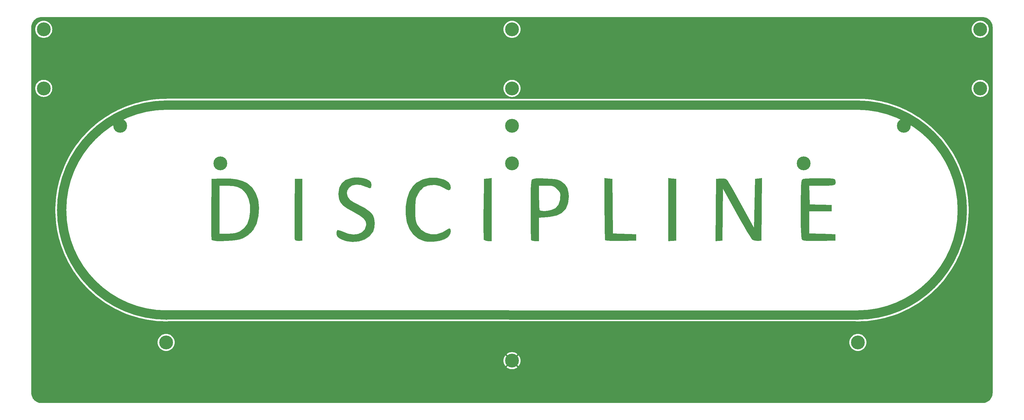
<source format=gbr>
G04 #@! TF.GenerationSoftware,KiCad,Pcbnew,7.0.10*
G04 #@! TF.CreationDate,2024-01-29T15:06:19+01:00*
G04 #@! TF.ProjectId,discipline-pcb,64697363-6970-46c6-996e-652d7063622e,rev?*
G04 #@! TF.SameCoordinates,Original*
G04 #@! TF.FileFunction,Copper,L1,Top*
G04 #@! TF.FilePolarity,Positive*
%FSLAX46Y46*%
G04 Gerber Fmt 4.6, Leading zero omitted, Abs format (unit mm)*
G04 Created by KiCad (PCBNEW 7.0.10) date 2024-01-29 15:06:19*
%MOMM*%
%LPD*%
G01*
G04 APERTURE LIST*
G04 #@! TA.AperFunction,EtchedComponent*
%ADD10C,3.000000*%
G04 #@! TD*
G04 #@! TA.AperFunction,EtchedComponent*
%ADD11C,0.010000*%
G04 #@! TD*
G04 #@! TA.AperFunction,ComponentPad*
%ADD12C,4.400000*%
G04 #@! TD*
G04 APERTURE END LIST*
D10*
X96428345Y-152383484D02*
X315748345Y-152413484D01*
X96878345Y-85733484D02*
X316198345Y-85763484D01*
X96808345Y-85763484D02*
G75*
G03*
X96808345Y-152463484I0J-33350000D01*
G01*
X315618345Y-152463484D02*
G75*
G03*
X315618345Y-85763484I0J33350000D01*
G01*
D11*
X256964884Y-109066006D02*
X258186038Y-109167074D01*
X258186038Y-128705536D01*
X256964884Y-128806603D01*
X255743730Y-128907671D01*
X255743730Y-108964939D01*
X256964884Y-109066006D01*
G04 #@! TA.AperFunction,EtchedComponent*
G36*
X256964884Y-109066006D02*
G01*
X258186038Y-109167074D01*
X258186038Y-128705536D01*
X256964884Y-128806603D01*
X255743730Y-128907671D01*
X255743730Y-108964939D01*
X256964884Y-109066006D01*
G37*
G04 #@! TD.AperFunction*
X139652704Y-128705536D02*
X138592132Y-128807745D01*
X137734339Y-128757271D01*
X137365857Y-128478140D01*
X137326343Y-128052383D01*
X137296116Y-127061376D01*
X137275865Y-125591095D01*
X137266281Y-123727515D01*
X137268052Y-121556612D01*
X137281868Y-119164362D01*
X137286686Y-118606700D01*
X137373217Y-109167074D01*
X139652704Y-109167074D01*
X139652704Y-128705536D01*
G04 #@! TA.AperFunction,EtchedComponent*
G36*
X139652704Y-128705536D02*
G01*
X138592132Y-128807745D01*
X137734339Y-128757271D01*
X137365857Y-128478140D01*
X137326343Y-128052383D01*
X137296116Y-127061376D01*
X137275865Y-125591095D01*
X137266281Y-123727515D01*
X137268052Y-121556612D01*
X137281868Y-119164362D01*
X137286686Y-118606700D01*
X137373217Y-109167074D01*
X139652704Y-109167074D01*
X139652704Y-128705536D01*
G37*
G04 #@! TD.AperFunction*
X199733474Y-128868356D02*
X198583510Y-128868356D01*
X197776719Y-128763113D01*
X197301855Y-128505001D01*
X197275825Y-128457341D01*
X197238361Y-128037083D01*
X197209987Y-127051329D01*
X197191321Y-125585810D01*
X197182984Y-123726257D01*
X197185595Y-121558403D01*
X197199773Y-119167977D01*
X197204635Y-118606700D01*
X197291166Y-109167074D01*
X198512320Y-109066006D01*
X199733474Y-108964939D01*
X199733474Y-128868356D01*
G04 #@! TA.AperFunction,EtchedComponent*
G36*
X199733474Y-128868356D02*
G01*
X198583510Y-128868356D01*
X197776719Y-128763113D01*
X197301855Y-128505001D01*
X197275825Y-128457341D01*
X197238361Y-128037083D01*
X197209987Y-127051329D01*
X197191321Y-125585810D01*
X197182984Y-123726257D01*
X197185595Y-121558403D01*
X197199773Y-119167977D01*
X197204635Y-118606700D01*
X197291166Y-109167074D01*
X198512320Y-109066006D01*
X199733474Y-108964939D01*
X199733474Y-128868356D01*
G37*
G04 #@! TD.AperFunction*
X236775140Y-109066006D02*
X237996294Y-109167074D01*
X238169712Y-126567638D01*
X245486038Y-126751690D01*
X245486038Y-128705536D01*
X240745453Y-128795293D01*
X239049744Y-128812395D01*
X237590497Y-128798761D01*
X236489251Y-128757711D01*
X235867547Y-128692567D01*
X235779427Y-128659609D01*
X235722717Y-128288970D01*
X235671236Y-127349275D01*
X235626846Y-125922741D01*
X235591408Y-124091586D01*
X235566783Y-121938027D01*
X235554832Y-119544281D01*
X235553986Y-118699553D01*
X235553986Y-108964939D01*
X236775140Y-109066006D01*
G04 #@! TA.AperFunction,EtchedComponent*
G36*
X236775140Y-109066006D02*
G01*
X237996294Y-109167074D01*
X238169712Y-126567638D01*
X245486038Y-126751690D01*
X245486038Y-128705536D01*
X240745453Y-128795293D01*
X239049744Y-128812395D01*
X237590497Y-128798761D01*
X236489251Y-128757711D01*
X235867547Y-128692567D01*
X235779427Y-128659609D01*
X235722717Y-128288970D01*
X235671236Y-127349275D01*
X235626846Y-125922741D01*
X235591408Y-124091586D01*
X235566783Y-121938027D01*
X235554832Y-119544281D01*
X235553986Y-118699553D01*
X235553986Y-108964939D01*
X236775140Y-109066006D01*
G37*
G04 #@! TD.AperFunction*
X285300459Y-118833904D02*
X285214243Y-128705536D01*
X284074499Y-128801439D01*
X283141336Y-128751393D01*
X282421937Y-128499762D01*
X282388843Y-128475798D01*
X282092989Y-128088758D01*
X281531426Y-127207531D01*
X280750072Y-125909819D01*
X279794845Y-124273324D01*
X278711662Y-122375747D01*
X277546443Y-120294791D01*
X277428567Y-120082112D01*
X273014204Y-112109970D01*
X272839884Y-128705536D01*
X271776744Y-128807937D01*
X270713605Y-128910337D01*
X270799821Y-119038706D01*
X270886038Y-109167074D01*
X272396335Y-109069312D01*
X273401652Y-109063734D01*
X274023819Y-109268611D01*
X274513002Y-109760272D01*
X274833672Y-110258886D01*
X275413533Y-111242227D01*
X276202418Y-112621901D01*
X277150161Y-114309517D01*
X278206598Y-116216681D01*
X279027063Y-117714095D01*
X282934756Y-124879196D01*
X283097576Y-117023135D01*
X283260397Y-109167074D01*
X284323536Y-109064673D01*
X285386676Y-108962272D01*
X285300459Y-118833904D01*
G04 #@! TA.AperFunction,EtchedComponent*
G36*
X285300459Y-118833904D02*
G01*
X285214243Y-128705536D01*
X284074499Y-128801439D01*
X283141336Y-128751393D01*
X282421937Y-128499762D01*
X282388843Y-128475798D01*
X282092989Y-128088758D01*
X281531426Y-127207531D01*
X280750072Y-125909819D01*
X279794845Y-124273324D01*
X278711662Y-122375747D01*
X277546443Y-120294791D01*
X277428567Y-120082112D01*
X273014204Y-112109970D01*
X272839884Y-128705536D01*
X271776744Y-128807937D01*
X270713605Y-128910337D01*
X270799821Y-119038706D01*
X270886038Y-109167074D01*
X272396335Y-109069312D01*
X273401652Y-109063734D01*
X274023819Y-109268611D01*
X274513002Y-109760272D01*
X274833672Y-110258886D01*
X275413533Y-111242227D01*
X276202418Y-112621901D01*
X277150161Y-114309517D01*
X278206598Y-116216681D01*
X279027063Y-117714095D01*
X282934756Y-124879196D01*
X283097576Y-117023135D01*
X283260397Y-109167074D01*
X284323536Y-109064673D01*
X285386676Y-108962272D01*
X285300459Y-118833904D01*
G37*
G04 #@! TD.AperFunction*
X305398825Y-109010163D02*
X306752335Y-109035663D01*
X307653095Y-109092416D01*
X308200349Y-109192082D01*
X308493339Y-109346322D01*
X308631306Y-109566797D01*
X308645836Y-109609660D01*
X308709806Y-110398108D01*
X308632941Y-110749404D01*
X308460338Y-110976086D01*
X308076642Y-111129382D01*
X307374645Y-111222761D01*
X306247144Y-111269690D01*
X304586934Y-111283641D01*
X304380003Y-111283741D01*
X300332111Y-111283741D01*
X300425741Y-114295920D01*
X300519371Y-117308100D01*
X307520653Y-117492954D01*
X307520653Y-119424766D01*
X300356550Y-119424766D01*
X300356550Y-126569411D01*
X304508474Y-126660550D01*
X308660397Y-126751690D01*
X308660397Y-128705536D01*
X303604577Y-128794844D01*
X301455550Y-128815045D01*
X299893268Y-128786238D01*
X298854779Y-128704853D01*
X298277132Y-128567321D01*
X298150090Y-128485485D01*
X298026734Y-128043374D01*
X297924273Y-127053154D01*
X297842750Y-125617629D01*
X297782206Y-123839604D01*
X297742684Y-121821883D01*
X297724226Y-119667270D01*
X297726876Y-117478569D01*
X297750676Y-115358585D01*
X297795668Y-113410122D01*
X297861895Y-111735983D01*
X297949399Y-110438975D01*
X298058223Y-109621899D01*
X298142192Y-109395023D01*
X298603553Y-109221591D01*
X299609906Y-109100337D01*
X301195727Y-109028741D01*
X303395496Y-109004287D01*
X303493324Y-109004254D01*
X305398825Y-109010163D01*
G04 #@! TA.AperFunction,EtchedComponent*
G36*
X305398825Y-109010163D02*
G01*
X306752335Y-109035663D01*
X307653095Y-109092416D01*
X308200349Y-109192082D01*
X308493339Y-109346322D01*
X308631306Y-109566797D01*
X308645836Y-109609660D01*
X308709806Y-110398108D01*
X308632941Y-110749404D01*
X308460338Y-110976086D01*
X308076642Y-111129382D01*
X307374645Y-111222761D01*
X306247144Y-111269690D01*
X304586934Y-111283641D01*
X304380003Y-111283741D01*
X300332111Y-111283741D01*
X300425741Y-114295920D01*
X300519371Y-117308100D01*
X307520653Y-117492954D01*
X307520653Y-119424766D01*
X300356550Y-119424766D01*
X300356550Y-126569411D01*
X304508474Y-126660550D01*
X308660397Y-126751690D01*
X308660397Y-128705536D01*
X303604577Y-128794844D01*
X301455550Y-128815045D01*
X299893268Y-128786238D01*
X298854779Y-128704853D01*
X298277132Y-128567321D01*
X298150090Y-128485485D01*
X298026734Y-128043374D01*
X297924273Y-127053154D01*
X297842750Y-125617629D01*
X297782206Y-123839604D01*
X297742684Y-121821883D01*
X297724226Y-119667270D01*
X297726876Y-117478569D01*
X297750676Y-115358585D01*
X297795668Y-113410122D01*
X297861895Y-111735983D01*
X297949399Y-110438975D01*
X298058223Y-109621899D01*
X298142192Y-109395023D01*
X298603553Y-109221591D01*
X299609906Y-109100337D01*
X301195727Y-109028741D01*
X303395496Y-109004287D01*
X303493324Y-109004254D01*
X305398825Y-109010163D01*
G37*
G04 #@! TD.AperFunction*
X116840747Y-109091587D02*
X118966376Y-109331993D01*
X120727792Y-109818972D01*
X122253182Y-110577026D01*
X122324535Y-110621837D01*
X123836774Y-111954263D01*
X124972378Y-113745812D01*
X125699855Y-115903294D01*
X125987713Y-118333524D01*
X125807095Y-120926872D01*
X125185497Y-123401153D01*
X124173460Y-125379111D01*
X122737667Y-126909062D01*
X120928345Y-128001801D01*
X120018923Y-128289072D01*
X118741532Y-128528703D01*
X117233993Y-128713840D01*
X115634125Y-128837631D01*
X114079748Y-128893222D01*
X112708681Y-128873760D01*
X111658745Y-128772392D01*
X111067758Y-128582265D01*
X110995675Y-128495705D01*
X110954428Y-128065302D01*
X110922636Y-127069857D01*
X110901046Y-125595553D01*
X110890408Y-123728571D01*
X110891470Y-121555095D01*
X110904981Y-119161306D01*
X110909763Y-118606700D01*
X110976890Y-111283741D01*
X113438602Y-111283741D01*
X113438602Y-126588869D01*
X115974730Y-126588869D01*
X117542780Y-126534889D01*
X118714363Y-126342561D01*
X119737656Y-125966301D01*
X119963833Y-125856177D01*
X121339198Y-124881593D01*
X122307401Y-123518556D01*
X122902131Y-121702496D01*
X123138162Y-119772164D01*
X123126380Y-117463917D01*
X122774926Y-115608300D01*
X122052785Y-114084443D01*
X121489602Y-113347626D01*
X120425520Y-112346137D01*
X119236390Y-111709893D01*
X117753176Y-111376577D01*
X115891369Y-111283741D01*
X113438602Y-111283741D01*
X110976890Y-111283741D01*
X110996294Y-109167074D01*
X114222715Y-109073252D01*
X116840747Y-109091587D01*
G04 #@! TA.AperFunction,EtchedComponent*
G36*
X116840747Y-109091587D02*
G01*
X118966376Y-109331993D01*
X120727792Y-109818972D01*
X122253182Y-110577026D01*
X122324535Y-110621837D01*
X123836774Y-111954263D01*
X124972378Y-113745812D01*
X125699855Y-115903294D01*
X125987713Y-118333524D01*
X125807095Y-120926872D01*
X125185497Y-123401153D01*
X124173460Y-125379111D01*
X122737667Y-126909062D01*
X120928345Y-128001801D01*
X120018923Y-128289072D01*
X118741532Y-128528703D01*
X117233993Y-128713840D01*
X115634125Y-128837631D01*
X114079748Y-128893222D01*
X112708681Y-128873760D01*
X111658745Y-128772392D01*
X111067758Y-128582265D01*
X110995675Y-128495705D01*
X110954428Y-128065302D01*
X110922636Y-127069857D01*
X110901046Y-125595553D01*
X110890408Y-123728571D01*
X110891470Y-121555095D01*
X110904981Y-119161306D01*
X110909763Y-118606700D01*
X110976890Y-111283741D01*
X113438602Y-111283741D01*
X113438602Y-126588869D01*
X115974730Y-126588869D01*
X117542780Y-126534889D01*
X118714363Y-126342561D01*
X119737656Y-125966301D01*
X119963833Y-125856177D01*
X121339198Y-124881593D01*
X122307401Y-123518556D01*
X122902131Y-121702496D01*
X123138162Y-119772164D01*
X123126380Y-117463917D01*
X122774926Y-115608300D01*
X122052785Y-114084443D01*
X121489602Y-113347626D01*
X120425520Y-112346137D01*
X119236390Y-111709893D01*
X117753176Y-111376577D01*
X115891369Y-111283741D01*
X113438602Y-111283741D01*
X110976890Y-111283741D01*
X110996294Y-109167074D01*
X114222715Y-109073252D01*
X116840747Y-109091587D01*
G37*
G04 #@! TD.AperFunction*
X182308392Y-108816567D02*
X184431510Y-109356777D01*
X185017193Y-109623684D01*
X186059754Y-110296612D01*
X186581113Y-111057378D01*
X186707833Y-111942438D01*
X186558492Y-112574255D01*
X186082126Y-112712086D01*
X185236216Y-112358191D01*
X184735944Y-112047251D01*
X183357734Y-111362017D01*
X181755367Y-111059246D01*
X181549538Y-111044689D01*
X179661954Y-111172783D01*
X178131103Y-111834695D01*
X176902302Y-113061715D01*
X176306448Y-114044648D01*
X175921601Y-114865578D01*
X175676479Y-115642490D01*
X175540701Y-116559771D01*
X175483889Y-117801810D01*
X175474838Y-119092084D01*
X175495217Y-120728942D01*
X175572579Y-121890329D01*
X175734005Y-122751373D01*
X176006578Y-123487197D01*
X176220665Y-123915105D01*
X177322678Y-125347575D01*
X178781598Y-126315616D01*
X180475293Y-126796031D01*
X182281627Y-126765625D01*
X184078469Y-126201204D01*
X185095549Y-125600608D01*
X185809895Y-125161583D01*
X186327999Y-124961814D01*
X186351051Y-124960664D01*
X186658245Y-125217674D01*
X186712369Y-125844064D01*
X186543854Y-126622869D01*
X186183130Y-127337128D01*
X185986293Y-127561355D01*
X184782640Y-128319389D01*
X183154860Y-128845079D01*
X181299174Y-129104419D01*
X179411803Y-129063406D01*
X178357809Y-128883357D01*
X176487502Y-128119158D01*
X174932203Y-126829578D01*
X173725032Y-125076352D01*
X172899109Y-122921219D01*
X172487555Y-120425914D01*
X172497346Y-117959382D01*
X172912324Y-115440835D01*
X173721381Y-113226324D01*
X174876046Y-111421065D01*
X176001588Y-110352818D01*
X177915273Y-109328996D01*
X180076927Y-108812109D01*
X182308392Y-108816567D01*
G04 #@! TA.AperFunction,EtchedComponent*
G36*
X182308392Y-108816567D02*
G01*
X184431510Y-109356777D01*
X185017193Y-109623684D01*
X186059754Y-110296612D01*
X186581113Y-111057378D01*
X186707833Y-111942438D01*
X186558492Y-112574255D01*
X186082126Y-112712086D01*
X185236216Y-112358191D01*
X184735944Y-112047251D01*
X183357734Y-111362017D01*
X181755367Y-111059246D01*
X181549538Y-111044689D01*
X179661954Y-111172783D01*
X178131103Y-111834695D01*
X176902302Y-113061715D01*
X176306448Y-114044648D01*
X175921601Y-114865578D01*
X175676479Y-115642490D01*
X175540701Y-116559771D01*
X175483889Y-117801810D01*
X175474838Y-119092084D01*
X175495217Y-120728942D01*
X175572579Y-121890329D01*
X175734005Y-122751373D01*
X176006578Y-123487197D01*
X176220665Y-123915105D01*
X177322678Y-125347575D01*
X178781598Y-126315616D01*
X180475293Y-126796031D01*
X182281627Y-126765625D01*
X184078469Y-126201204D01*
X185095549Y-125600608D01*
X185809895Y-125161583D01*
X186327999Y-124961814D01*
X186351051Y-124960664D01*
X186658245Y-125217674D01*
X186712369Y-125844064D01*
X186543854Y-126622869D01*
X186183130Y-127337128D01*
X185986293Y-127561355D01*
X184782640Y-128319389D01*
X183154860Y-128845079D01*
X181299174Y-129104419D01*
X179411803Y-129063406D01*
X178357809Y-128883357D01*
X176487502Y-128119158D01*
X174932203Y-126829578D01*
X173725032Y-125076352D01*
X172899109Y-122921219D01*
X172487555Y-120425914D01*
X172497346Y-117959382D01*
X172912324Y-115440835D01*
X173721381Y-113226324D01*
X174876046Y-111421065D01*
X176001588Y-110352818D01*
X177915273Y-109328996D01*
X180076927Y-108812109D01*
X182308392Y-108816567D01*
G37*
G04 #@! TD.AperFunction*
X216772434Y-109063453D02*
X218469498Y-109146283D01*
X219671884Y-109261084D01*
X220536190Y-109436593D01*
X221219010Y-109701548D01*
X221689324Y-109965776D01*
X222951973Y-110963325D01*
X223730079Y-112162832D01*
X224096871Y-113710114D01*
X224149976Y-114865792D01*
X223913490Y-116975774D01*
X223203867Y-118655630D01*
X222007196Y-119918378D01*
X220309564Y-120777039D01*
X218097060Y-121244630D01*
X217258435Y-121314938D01*
X214712961Y-121462293D01*
X214712961Y-128868356D01*
X213627491Y-128868356D01*
X212822859Y-128808780D01*
X212339632Y-128664082D01*
X212324927Y-128651262D01*
X212269248Y-128281924D01*
X212218851Y-127345213D01*
X212175641Y-125925030D01*
X212141520Y-124105276D01*
X212118393Y-121969850D01*
X212108164Y-119602654D01*
X212107833Y-119084725D01*
X212112191Y-116311798D01*
X212127595Y-114120557D01*
X212157535Y-112441449D01*
X212202444Y-111283741D01*
X214712961Y-111283741D01*
X214712961Y-115137160D01*
X214730325Y-116660491D01*
X214777568Y-117938010D01*
X214847415Y-118833300D01*
X214930055Y-119207672D01*
X215448721Y-119376692D01*
X216380697Y-119412673D01*
X217503153Y-119322206D01*
X218593260Y-119111881D01*
X218644834Y-119097805D01*
X220030591Y-118457547D01*
X220942026Y-117410837D01*
X221419032Y-115905190D01*
X221482743Y-115363924D01*
X221538368Y-114298498D01*
X221420245Y-113605014D01*
X221034951Y-113009104D01*
X220483973Y-112430650D01*
X219841839Y-111828796D01*
X219280526Y-111485486D01*
X218581980Y-111328419D01*
X217528150Y-111285296D01*
X217025012Y-111283741D01*
X214712961Y-111283741D01*
X212202444Y-111283741D01*
X212205502Y-111204921D01*
X212274989Y-110341421D01*
X212369487Y-109781397D01*
X212492487Y-109455296D01*
X212597566Y-109328839D01*
X213077616Y-109138656D01*
X213997523Y-109039107D01*
X215434089Y-109025309D01*
X216772434Y-109063453D01*
G04 #@! TA.AperFunction,EtchedComponent*
G36*
X216772434Y-109063453D02*
G01*
X218469498Y-109146283D01*
X219671884Y-109261084D01*
X220536190Y-109436593D01*
X221219010Y-109701548D01*
X221689324Y-109965776D01*
X222951973Y-110963325D01*
X223730079Y-112162832D01*
X224096871Y-113710114D01*
X224149976Y-114865792D01*
X223913490Y-116975774D01*
X223203867Y-118655630D01*
X222007196Y-119918378D01*
X220309564Y-120777039D01*
X218097060Y-121244630D01*
X217258435Y-121314938D01*
X214712961Y-121462293D01*
X214712961Y-128868356D01*
X213627491Y-128868356D01*
X212822859Y-128808780D01*
X212339632Y-128664082D01*
X212324927Y-128651262D01*
X212269248Y-128281924D01*
X212218851Y-127345213D01*
X212175641Y-125925030D01*
X212141520Y-124105276D01*
X212118393Y-121969850D01*
X212108164Y-119602654D01*
X212107833Y-119084725D01*
X212112191Y-116311798D01*
X212127595Y-114120557D01*
X212157535Y-112441449D01*
X212202444Y-111283741D01*
X214712961Y-111283741D01*
X214712961Y-115137160D01*
X214730325Y-116660491D01*
X214777568Y-117938010D01*
X214847415Y-118833300D01*
X214930055Y-119207672D01*
X215448721Y-119376692D01*
X216380697Y-119412673D01*
X217503153Y-119322206D01*
X218593260Y-119111881D01*
X218644834Y-119097805D01*
X220030591Y-118457547D01*
X220942026Y-117410837D01*
X221419032Y-115905190D01*
X221482743Y-115363924D01*
X221538368Y-114298498D01*
X221420245Y-113605014D01*
X221034951Y-113009104D01*
X220483973Y-112430650D01*
X219841839Y-111828796D01*
X219280526Y-111485486D01*
X218581980Y-111328419D01*
X217528150Y-111285296D01*
X217025012Y-111283741D01*
X214712961Y-111283741D01*
X212202444Y-111283741D01*
X212205502Y-111204921D01*
X212274989Y-110341421D01*
X212369487Y-109781397D01*
X212492487Y-109455296D01*
X212597566Y-109328839D01*
X213077616Y-109138656D01*
X213997523Y-109039107D01*
X215434089Y-109025309D01*
X216772434Y-109063453D01*
G37*
G04 #@! TD.AperFunction*
X158870985Y-108958112D02*
X160098538Y-109298701D01*
X161021051Y-109740144D01*
X161442233Y-110187362D01*
X161620439Y-111028920D01*
X161552783Y-111765354D01*
X161355996Y-112068076D01*
X160920525Y-112037855D01*
X160155635Y-111758413D01*
X159821758Y-111598833D01*
X158246516Y-111033794D01*
X156759502Y-110927194D01*
X155469498Y-111240490D01*
X154485290Y-111935136D01*
X153915662Y-112972589D01*
X153818089Y-113726048D01*
X154051380Y-114851439D01*
X154788204Y-115840507D01*
X156083985Y-116751171D01*
X157275081Y-117338613D01*
X159541400Y-118495077D01*
X161170390Y-119676765D01*
X162001937Y-120625110D01*
X162422840Y-121702178D01*
X162599451Y-123107913D01*
X162524854Y-124564499D01*
X162192131Y-125794120D01*
X162133631Y-125914969D01*
X161042702Y-127347034D01*
X159510709Y-128390558D01*
X157645375Y-129007725D01*
X155554418Y-129160714D01*
X153655268Y-128891570D01*
X152492368Y-128507316D01*
X151473508Y-127993613D01*
X150837169Y-127472530D01*
X150810896Y-127435632D01*
X150598351Y-126782523D01*
X150604552Y-126023320D01*
X150820039Y-125497688D01*
X150865863Y-125462387D01*
X151311365Y-125489468D01*
X152093337Y-125772739D01*
X152529168Y-125982804D01*
X154266407Y-126652003D01*
X155938596Y-126871130D01*
X157446154Y-126672940D01*
X158689502Y-126090183D01*
X159569059Y-125155614D01*
X159985246Y-123901983D01*
X160005268Y-123523872D01*
X159790947Y-122634057D01*
X159112851Y-121744643D01*
X157918281Y-120806596D01*
X156154541Y-119770880D01*
X155736011Y-119551396D01*
X153901346Y-118516319D01*
X152613632Y-117549105D01*
X151790994Y-116548054D01*
X151351561Y-115411469D01*
X151213459Y-114037653D01*
X151212961Y-113933123D01*
X151469045Y-112066618D01*
X152233626Y-110605739D01*
X153501196Y-109556151D01*
X155266247Y-108923519D01*
X156226363Y-108775859D01*
X157519792Y-108767468D01*
X158870985Y-108958112D01*
G04 #@! TA.AperFunction,EtchedComponent*
G36*
X158870985Y-108958112D02*
G01*
X160098538Y-109298701D01*
X161021051Y-109740144D01*
X161442233Y-110187362D01*
X161620439Y-111028920D01*
X161552783Y-111765354D01*
X161355996Y-112068076D01*
X160920525Y-112037855D01*
X160155635Y-111758413D01*
X159821758Y-111598833D01*
X158246516Y-111033794D01*
X156759502Y-110927194D01*
X155469498Y-111240490D01*
X154485290Y-111935136D01*
X153915662Y-112972589D01*
X153818089Y-113726048D01*
X154051380Y-114851439D01*
X154788204Y-115840507D01*
X156083985Y-116751171D01*
X157275081Y-117338613D01*
X159541400Y-118495077D01*
X161170390Y-119676765D01*
X162001937Y-120625110D01*
X162422840Y-121702178D01*
X162599451Y-123107913D01*
X162524854Y-124564499D01*
X162192131Y-125794120D01*
X162133631Y-125914969D01*
X161042702Y-127347034D01*
X159510709Y-128390558D01*
X157645375Y-129007725D01*
X155554418Y-129160714D01*
X153655268Y-128891570D01*
X152492368Y-128507316D01*
X151473508Y-127993613D01*
X150837169Y-127472530D01*
X150810896Y-127435632D01*
X150598351Y-126782523D01*
X150604552Y-126023320D01*
X150820039Y-125497688D01*
X150865863Y-125462387D01*
X151311365Y-125489468D01*
X152093337Y-125772739D01*
X152529168Y-125982804D01*
X154266407Y-126652003D01*
X155938596Y-126871130D01*
X157446154Y-126672940D01*
X158689502Y-126090183D01*
X159569059Y-125155614D01*
X159985246Y-123901983D01*
X160005268Y-123523872D01*
X159790947Y-122634057D01*
X159112851Y-121744643D01*
X157918281Y-120806596D01*
X156154541Y-119770880D01*
X155736011Y-119551396D01*
X153901346Y-118516319D01*
X152613632Y-117549105D01*
X151790994Y-116548054D01*
X151351561Y-115411469D01*
X151213459Y-114037653D01*
X151212961Y-113933123D01*
X151469045Y-112066618D01*
X152233626Y-110605739D01*
X153501196Y-109556151D01*
X155266247Y-108923519D01*
X156226363Y-108775859D01*
X157519792Y-108767468D01*
X158870985Y-108958112D01*
G37*
G04 #@! TD.AperFunction*
D12*
X57766382Y-80444750D03*
X57766382Y-61694750D03*
X354660309Y-61694750D03*
X354660309Y-80444750D03*
X96565888Y-161146960D03*
X315860803Y-161146960D03*
X113754723Y-104302994D03*
X298671968Y-104302994D03*
X206213345Y-104302994D03*
X206213345Y-80444750D03*
X206213345Y-61694750D03*
X206213345Y-166958110D03*
X330453369Y-92373872D03*
X81973322Y-92373872D03*
X206213345Y-92373872D03*
G04 #@! TA.AperFunction,Conductor*
G36*
X355356552Y-57770422D02*
G01*
X355684447Y-57787602D01*
X355697558Y-57788979D01*
X355697769Y-57789013D01*
X356018614Y-57839826D01*
X356031516Y-57842568D01*
X356345492Y-57926693D01*
X356358024Y-57930765D01*
X356496205Y-57983806D01*
X356661498Y-58047254D01*
X356673547Y-58052619D01*
X356963167Y-58200184D01*
X356974588Y-58206778D01*
X357247202Y-58383812D01*
X357257855Y-58391550D01*
X357510482Y-58596121D01*
X357520283Y-58604946D01*
X357750128Y-58834788D01*
X357758953Y-58844589D01*
X357963515Y-59097200D01*
X357971267Y-59107870D01*
X358148300Y-59380474D01*
X358154895Y-59391896D01*
X358302467Y-59681521D01*
X358307831Y-59693570D01*
X358424318Y-59997028D01*
X358428394Y-60009571D01*
X358512523Y-60323545D01*
X358515265Y-60336445D01*
X358566115Y-60657499D01*
X358567493Y-60670616D01*
X358584636Y-60997724D01*
X358584809Y-61004318D01*
X358584809Y-177191869D01*
X358584636Y-177198462D01*
X358567455Y-177526352D01*
X358566077Y-177539469D01*
X358515230Y-177860521D01*
X358512488Y-177873421D01*
X358428361Y-178187398D01*
X358424285Y-178199942D01*
X358307804Y-178503391D01*
X358302440Y-178515439D01*
X358154873Y-178805058D01*
X358148279Y-178816480D01*
X357971241Y-179089096D01*
X357963488Y-179099766D01*
X357758937Y-179352366D01*
X357750112Y-179362168D01*
X357520266Y-179592013D01*
X357510465Y-179600838D01*
X357257852Y-179805399D01*
X357247182Y-179813151D01*
X356974573Y-179990184D01*
X356963151Y-179996778D01*
X356673538Y-180144340D01*
X356661489Y-180149705D01*
X356358022Y-180266191D01*
X356345479Y-180270266D01*
X356031510Y-180354391D01*
X356018609Y-180357133D01*
X355697560Y-180407978D01*
X355684444Y-180409356D01*
X355356360Y-180426546D01*
X355349767Y-180426719D01*
X57120737Y-180426719D01*
X57120477Y-180426678D01*
X57079663Y-180426715D01*
X57073070Y-180426548D01*
X56745164Y-180409664D01*
X56732046Y-180408298D01*
X56410942Y-180357742D01*
X56398039Y-180355011D01*
X56083997Y-180271172D01*
X56071450Y-180267108D01*
X55767886Y-180150899D01*
X55755837Y-180145548D01*
X55678695Y-180106330D01*
X55466078Y-179998241D01*
X55454650Y-179991657D01*
X55181878Y-179814870D01*
X55171201Y-179807127D01*
X54918413Y-179602803D01*
X54908604Y-179593987D01*
X54678549Y-179364350D01*
X54669719Y-179354563D01*
X54464917Y-179102121D01*
X54457173Y-179091482D01*
X54279874Y-178819004D01*
X54273280Y-178807606D01*
X54235142Y-178732923D01*
X54125442Y-178518105D01*
X54120083Y-178506100D01*
X54003306Y-178202702D01*
X53999227Y-178190183D01*
X53914813Y-177876273D01*
X53912065Y-177863403D01*
X53860925Y-177542379D01*
X53859536Y-177529268D01*
X53842061Y-177201448D01*
X53841882Y-177194741D01*
X53841882Y-166958111D01*
X203500395Y-166958111D01*
X203520174Y-167285117D01*
X203520175Y-167285120D01*
X203579225Y-167607348D01*
X203579227Y-167607357D01*
X203676693Y-167920134D01*
X203811148Y-168218882D01*
X203980627Y-168499235D01*
X203980630Y-168499240D01*
X204126637Y-168685605D01*
X204126638Y-168685606D01*
X205275203Y-167537041D01*
X205378239Y-167681734D01*
X205530277Y-167826702D01*
X205636010Y-167894652D01*
X204485847Y-169044815D01*
X204485848Y-169044816D01*
X204672214Y-169190824D01*
X204672219Y-169190827D01*
X204952572Y-169360306D01*
X205251320Y-169494761D01*
X205564097Y-169592227D01*
X205564106Y-169592229D01*
X205886334Y-169651279D01*
X205886337Y-169651280D01*
X206213344Y-169671060D01*
X206213346Y-169671060D01*
X206540352Y-169651280D01*
X206540355Y-169651279D01*
X206862583Y-169592229D01*
X206862592Y-169592227D01*
X207175369Y-169494761D01*
X207474117Y-169360306D01*
X207754472Y-169190826D01*
X207940840Y-169044815D01*
X207940841Y-169044815D01*
X206792919Y-167896893D01*
X206810755Y-167887699D01*
X206975885Y-167757839D01*
X207113455Y-167599075D01*
X207150080Y-167535636D01*
X208300050Y-168685606D01*
X208300050Y-168685605D01*
X208446061Y-168499237D01*
X208615541Y-168218882D01*
X208749996Y-167920134D01*
X208847462Y-167607357D01*
X208847464Y-167607348D01*
X208906514Y-167285120D01*
X208906515Y-167285117D01*
X208926295Y-166958111D01*
X208926295Y-166958108D01*
X208906515Y-166631102D01*
X208906514Y-166631099D01*
X208847464Y-166308871D01*
X208847462Y-166308862D01*
X208749996Y-165996085D01*
X208615541Y-165697337D01*
X208446062Y-165416984D01*
X208446059Y-165416979D01*
X208300051Y-165230613D01*
X208300050Y-165230612D01*
X207151485Y-166379177D01*
X207048451Y-166234486D01*
X206896413Y-166089518D01*
X206790678Y-166021566D01*
X207940841Y-164871403D01*
X207940840Y-164871402D01*
X207754475Y-164725395D01*
X207754470Y-164725392D01*
X207474117Y-164555913D01*
X207175369Y-164421458D01*
X206862592Y-164323992D01*
X206862583Y-164323990D01*
X206540355Y-164264940D01*
X206540352Y-164264939D01*
X206213346Y-164245160D01*
X206213344Y-164245160D01*
X205886337Y-164264939D01*
X205886334Y-164264940D01*
X205564106Y-164323990D01*
X205564097Y-164323992D01*
X205251320Y-164421458D01*
X204952572Y-164555913D01*
X204672222Y-164725390D01*
X204485847Y-164871403D01*
X205633770Y-166019326D01*
X205615935Y-166028521D01*
X205450805Y-166158381D01*
X205313235Y-166317145D01*
X205276609Y-166380583D01*
X204126638Y-165230612D01*
X203980625Y-165416987D01*
X203811148Y-165697337D01*
X203676693Y-165996085D01*
X203579227Y-166308862D01*
X203579225Y-166308871D01*
X203520175Y-166631099D01*
X203520174Y-166631102D01*
X203500395Y-166958108D01*
X203500395Y-166958111D01*
X53841882Y-166958111D01*
X53841882Y-161146961D01*
X93852437Y-161146961D01*
X93872220Y-161474027D01*
X93872221Y-161474030D01*
X93931284Y-161796330D01*
X94028768Y-162109167D01*
X94163244Y-162407963D01*
X94332759Y-162688372D01*
X94534842Y-162946312D01*
X94534847Y-162946318D01*
X94766529Y-163178000D01*
X94766535Y-163178005D01*
X94766537Y-163178007D01*
X95024472Y-163380086D01*
X95024475Y-163380088D01*
X95304884Y-163549603D01*
X95603680Y-163684079D01*
X95603681Y-163684079D01*
X95603685Y-163684081D01*
X95916517Y-163781563D01*
X96238818Y-163840627D01*
X96456864Y-163853816D01*
X96565887Y-163860411D01*
X96565888Y-163860411D01*
X96565889Y-163860411D01*
X96647655Y-163855465D01*
X96892958Y-163840627D01*
X97215259Y-163781563D01*
X97528091Y-163684081D01*
X97607707Y-163648248D01*
X97826891Y-163549603D01*
X97963196Y-163467202D01*
X98107304Y-163380086D01*
X98365239Y-163178007D01*
X98596935Y-162946311D01*
X98799014Y-162688376D01*
X98968530Y-162407964D01*
X98968531Y-162407963D01*
X99103007Y-162109167D01*
X99103009Y-162109163D01*
X99200491Y-161796331D01*
X99259555Y-161474030D01*
X99279339Y-161146961D01*
X313147352Y-161146961D01*
X313167135Y-161474027D01*
X313167136Y-161474030D01*
X313226199Y-161796330D01*
X313323683Y-162109167D01*
X313458159Y-162407963D01*
X313627674Y-162688372D01*
X313829757Y-162946312D01*
X313829762Y-162946318D01*
X314061444Y-163178000D01*
X314061450Y-163178005D01*
X314061452Y-163178007D01*
X314319387Y-163380086D01*
X314319390Y-163380088D01*
X314599799Y-163549603D01*
X314898595Y-163684079D01*
X314898596Y-163684079D01*
X314898600Y-163684081D01*
X315211432Y-163781563D01*
X315533733Y-163840627D01*
X315751779Y-163853816D01*
X315860802Y-163860411D01*
X315860803Y-163860411D01*
X315860804Y-163860411D01*
X315942570Y-163855465D01*
X316187873Y-163840627D01*
X316510174Y-163781563D01*
X316823006Y-163684081D01*
X316902622Y-163648248D01*
X317121806Y-163549603D01*
X317258111Y-163467202D01*
X317402219Y-163380086D01*
X317660154Y-163178007D01*
X317891850Y-162946311D01*
X318093929Y-162688376D01*
X318263445Y-162407964D01*
X318263446Y-162407963D01*
X318397922Y-162109167D01*
X318397924Y-162109163D01*
X318495406Y-161796331D01*
X318554470Y-161474030D01*
X318574254Y-161146960D01*
X318554470Y-160819890D01*
X318495406Y-160497589D01*
X318397924Y-160184757D01*
X318397922Y-160184752D01*
X318263446Y-159885956D01*
X318093931Y-159605547D01*
X317891848Y-159347607D01*
X317891843Y-159347601D01*
X317660161Y-159115919D01*
X317660155Y-159115914D01*
X317402215Y-158913831D01*
X317121806Y-158744316D01*
X316823010Y-158609840D01*
X316510173Y-158512356D01*
X316187873Y-158453293D01*
X316187870Y-158453292D01*
X315860804Y-158433509D01*
X315860802Y-158433509D01*
X315533735Y-158453292D01*
X315533732Y-158453293D01*
X315211432Y-158512356D01*
X314898595Y-158609840D01*
X314599799Y-158744316D01*
X314319390Y-158913831D01*
X314061450Y-159115914D01*
X314061444Y-159115919D01*
X313829762Y-159347601D01*
X313829757Y-159347607D01*
X313627674Y-159605547D01*
X313458159Y-159885956D01*
X313323683Y-160184752D01*
X313226199Y-160497589D01*
X313167136Y-160819889D01*
X313167135Y-160819892D01*
X313147352Y-161146958D01*
X313147352Y-161146961D01*
X99279339Y-161146961D01*
X99279339Y-161146960D01*
X99259555Y-160819890D01*
X99200491Y-160497589D01*
X99103009Y-160184757D01*
X99103007Y-160184752D01*
X98968531Y-159885956D01*
X98799016Y-159605547D01*
X98596933Y-159347607D01*
X98596928Y-159347601D01*
X98365246Y-159115919D01*
X98365240Y-159115914D01*
X98107300Y-158913831D01*
X97826891Y-158744316D01*
X97528095Y-158609840D01*
X97215258Y-158512356D01*
X96892958Y-158453293D01*
X96892955Y-158453292D01*
X96565889Y-158433509D01*
X96565887Y-158433509D01*
X96238820Y-158453292D01*
X96238817Y-158453293D01*
X95916517Y-158512356D01*
X95603680Y-158609840D01*
X95304884Y-158744316D01*
X95024475Y-158913831D01*
X94766535Y-159115914D01*
X94766529Y-159115919D01*
X94534847Y-159347601D01*
X94534842Y-159347607D01*
X94332759Y-159605547D01*
X94163244Y-159885956D01*
X94028768Y-160184752D01*
X93931284Y-160497589D01*
X93872221Y-160819889D01*
X93872220Y-160819892D01*
X93852437Y-161146958D01*
X93852437Y-161146961D01*
X53841882Y-161146961D01*
X53841882Y-119704401D01*
X61449845Y-119704401D01*
X61489336Y-120885574D01*
X61495209Y-120973299D01*
X61568275Y-122064785D01*
X61686569Y-123240653D01*
X61844094Y-124411959D01*
X62040668Y-125577335D01*
X62276068Y-126735460D01*
X62276071Y-126735473D01*
X62276072Y-126735477D01*
X62550045Y-127885116D01*
X62683493Y-128372279D01*
X62862278Y-129024953D01*
X63212432Y-130153744D01*
X63600094Y-131270159D01*
X63600099Y-131270172D01*
X64024859Y-132373036D01*
X64078722Y-132500060D01*
X64486238Y-133461101D01*
X64983710Y-134533124D01*
X65516719Y-135587913D01*
X66084689Y-136624328D01*
X66084693Y-136624334D01*
X66084695Y-136624338D01*
X66686977Y-137641190D01*
X67322901Y-138637348D01*
X67586467Y-139021297D01*
X67991751Y-139611693D01*
X68692803Y-140563169D01*
X69425238Y-141490663D01*
X70188257Y-142393167D01*
X70981016Y-143269679D01*
X71802618Y-144119210D01*
X72652149Y-144940812D01*
X73528661Y-145733571D01*
X74431165Y-146496590D01*
X75358659Y-147229025D01*
X75358670Y-147229033D01*
X76310129Y-147930073D01*
X77284481Y-148598928D01*
X78280639Y-149234852D01*
X79297491Y-149837134D01*
X80333721Y-150405003D01*
X80333915Y-150405109D01*
X81388704Y-150938118D01*
X82460727Y-151435590D01*
X82460739Y-151435595D01*
X83548793Y-151896970D01*
X84651657Y-152321730D01*
X84651669Y-152321734D01*
X85768084Y-152709396D01*
X85768089Y-152709397D01*
X85768099Y-152709401D01*
X86896871Y-153059549D01*
X88036713Y-153371784D01*
X89186352Y-153645757D01*
X90211927Y-153854214D01*
X90344468Y-153881155D01*
X90344503Y-153881162D01*
X91509874Y-154077735D01*
X92681163Y-154235258D01*
X93857061Y-154353555D01*
X95036255Y-154432493D01*
X96217428Y-154471984D01*
X96217438Y-154471984D01*
X96945730Y-154471984D01*
X96945740Y-154471983D01*
X97041747Y-154458786D01*
X97217941Y-154434569D01*
X97352785Y-154396786D01*
X97386791Y-154392114D01*
X315146241Y-154421901D01*
X315180210Y-154426572D01*
X315208748Y-154434569D01*
X315303849Y-154447640D01*
X315480949Y-154471983D01*
X315480960Y-154471984D01*
X315670470Y-154471984D01*
X315670544Y-154471976D01*
X316209251Y-154471976D01*
X316209261Y-154471976D01*
X317390435Y-154432485D01*
X318569629Y-154353547D01*
X319745527Y-154235251D01*
X320916816Y-154077728D01*
X322082186Y-153881155D01*
X323240338Y-153645750D01*
X324389977Y-153371778D01*
X325529819Y-153059543D01*
X326658591Y-152709395D01*
X327775032Y-152321724D01*
X328877896Y-151896964D01*
X329965951Y-151435589D01*
X331037982Y-150938114D01*
X332092790Y-150405096D01*
X333129199Y-149837128D01*
X334146051Y-149234846D01*
X335142209Y-148598923D01*
X336116561Y-147930068D01*
X337068020Y-147229028D01*
X337995522Y-146496587D01*
X338898032Y-145733562D01*
X339774541Y-144940807D01*
X340624071Y-144119205D01*
X341445673Y-143269675D01*
X342238429Y-142393166D01*
X343001454Y-141490657D01*
X343733895Y-140563154D01*
X344434935Y-139611696D01*
X345103790Y-138637343D01*
X345739714Y-137641185D01*
X346341996Y-136624334D01*
X346909963Y-135587925D01*
X347442982Y-134533116D01*
X347940457Y-133461086D01*
X348401832Y-132373031D01*
X348826592Y-131270167D01*
X349214263Y-130153726D01*
X349564411Y-129024954D01*
X349876646Y-127885112D01*
X350150619Y-126735473D01*
X350386024Y-125577322D01*
X350582597Y-124411951D01*
X350740120Y-123240662D01*
X350858417Y-122064764D01*
X350937355Y-120885570D01*
X350976846Y-119704397D01*
X350976846Y-118522563D01*
X350937355Y-117341390D01*
X350858417Y-116162196D01*
X350740120Y-114986298D01*
X350582597Y-113815009D01*
X350386024Y-112649638D01*
X350383072Y-112635117D01*
X350335058Y-112398892D01*
X350150619Y-111491487D01*
X349876646Y-110341848D01*
X349564411Y-109202006D01*
X349214263Y-108073234D01*
X349106667Y-107763373D01*
X348826596Y-106956805D01*
X348826593Y-106956796D01*
X348826592Y-106956793D01*
X348401832Y-105853929D01*
X347940457Y-104765874D01*
X347940452Y-104765862D01*
X347475156Y-103763178D01*
X347442982Y-103693844D01*
X347264574Y-103340786D01*
X346909971Y-102639050D01*
X346708793Y-102271947D01*
X346341996Y-101602626D01*
X345739714Y-100585775D01*
X345103790Y-99589617D01*
X344434935Y-98615264D01*
X343733895Y-97663806D01*
X343733889Y-97663798D01*
X343733887Y-97663795D01*
X343001452Y-96736300D01*
X342238432Y-95833797D01*
X341445673Y-94957285D01*
X340624071Y-94107754D01*
X339774540Y-93286152D01*
X338898028Y-92493394D01*
X337995524Y-91730374D01*
X337068030Y-90997939D01*
X336116554Y-90296887D01*
X335642151Y-89971228D01*
X335142209Y-89628037D01*
X334692648Y-89341048D01*
X334146077Y-88992130D01*
X334146064Y-88992122D01*
X334146051Y-88992114D01*
X333244807Y-88458307D01*
X333129189Y-88389826D01*
X332092774Y-87821855D01*
X331037986Y-87288847D01*
X329965962Y-86791375D01*
X329301787Y-86509741D01*
X328877896Y-86329996D01*
X327775032Y-85905236D01*
X327775031Y-85905235D01*
X327775019Y-85905231D01*
X326658605Y-85517569D01*
X325529814Y-85167415D01*
X324913077Y-84998474D01*
X324389977Y-84855182D01*
X323240338Y-84581210D01*
X323240336Y-84581209D01*
X323240321Y-84581206D01*
X322082195Y-84345806D01*
X320916820Y-84149232D01*
X319745514Y-83991707D01*
X318569646Y-83873414D01*
X317775574Y-83820257D01*
X317390435Y-83794475D01*
X316386057Y-83760894D01*
X316372718Y-83759736D01*
X316365525Y-83758724D01*
X316339071Y-83755003D01*
X316210990Y-83754985D01*
X316210900Y-83754984D01*
X316209261Y-83754984D01*
X316200166Y-83754984D01*
X96808482Y-83724974D01*
X96808481Y-83724974D01*
X96808474Y-83724974D01*
X96808460Y-83724975D01*
X96598411Y-83739634D01*
X96598409Y-83739634D01*
X96553621Y-83749147D01*
X96539091Y-83752234D01*
X96512913Y-83754984D01*
X96217428Y-83754984D01*
X95036255Y-83794475D01*
X93857043Y-83873414D01*
X92681175Y-83991708D01*
X91509869Y-84149233D01*
X90344493Y-84345807D01*
X89186368Y-84581207D01*
X88918924Y-84644942D01*
X88036713Y-84855184D01*
X87781620Y-84925061D01*
X86896875Y-85167417D01*
X85768084Y-85517571D01*
X84651669Y-85905233D01*
X83548793Y-86329998D01*
X82460727Y-86791377D01*
X81388704Y-87288849D01*
X80333915Y-87821858D01*
X79297500Y-88389828D01*
X78891700Y-88630183D01*
X78280639Y-88992116D01*
X78280617Y-88992129D01*
X78280612Y-88992133D01*
X77284497Y-89628029D01*
X76310135Y-90296890D01*
X75358659Y-90997942D01*
X74431165Y-91730377D01*
X73528661Y-92493396D01*
X72652149Y-93286155D01*
X71802618Y-94107757D01*
X70981016Y-94957288D01*
X70188257Y-95833800D01*
X69425238Y-96736304D01*
X68692803Y-97663798D01*
X67991751Y-98615274D01*
X67322890Y-99589636D01*
X66686996Y-100585748D01*
X66686977Y-100585778D01*
X66464765Y-100960946D01*
X66084689Y-101602639D01*
X65516719Y-102639054D01*
X64983710Y-103693843D01*
X64486238Y-104765866D01*
X64024859Y-105853932D01*
X63600094Y-106956808D01*
X63212432Y-108073223D01*
X62862278Y-109202014D01*
X62640398Y-110012010D01*
X62550045Y-110341852D01*
X62360363Y-111137793D01*
X62276068Y-111491507D01*
X62040668Y-112649632D01*
X61844094Y-113815008D01*
X61686569Y-114986314D01*
X61568275Y-116162182D01*
X61498210Y-117208833D01*
X61489336Y-117341394D01*
X61449845Y-118522567D01*
X61449845Y-119704401D01*
X53841882Y-119704401D01*
X53841882Y-80444751D01*
X55052931Y-80444751D01*
X55072714Y-80771817D01*
X55072715Y-80771820D01*
X55131778Y-81094120D01*
X55229262Y-81406957D01*
X55363738Y-81705753D01*
X55533253Y-81986162D01*
X55735336Y-82244102D01*
X55735341Y-82244108D01*
X55967023Y-82475790D01*
X55967029Y-82475795D01*
X55967031Y-82475797D01*
X56224966Y-82677876D01*
X56224969Y-82677878D01*
X56505378Y-82847393D01*
X56804174Y-82981869D01*
X56804175Y-82981869D01*
X56804179Y-82981871D01*
X57117011Y-83079353D01*
X57439312Y-83138417D01*
X57657358Y-83151606D01*
X57766381Y-83158201D01*
X57766382Y-83158201D01*
X57766383Y-83158201D01*
X57848149Y-83153255D01*
X58093452Y-83138417D01*
X58415753Y-83079353D01*
X58728585Y-82981871D01*
X58808201Y-82946038D01*
X59027385Y-82847393D01*
X59163690Y-82764992D01*
X59307798Y-82677876D01*
X59565733Y-82475797D01*
X59797429Y-82244101D01*
X59999508Y-81986166D01*
X60169024Y-81705754D01*
X60169025Y-81705753D01*
X60303501Y-81406957D01*
X60303503Y-81406953D01*
X60400985Y-81094121D01*
X60460049Y-80771820D01*
X60479833Y-80444751D01*
X203499894Y-80444751D01*
X203519677Y-80771817D01*
X203519678Y-80771820D01*
X203578741Y-81094120D01*
X203676225Y-81406957D01*
X203810701Y-81705753D01*
X203980216Y-81986162D01*
X204182299Y-82244102D01*
X204182304Y-82244108D01*
X204413986Y-82475790D01*
X204413992Y-82475795D01*
X204413994Y-82475797D01*
X204671929Y-82677876D01*
X204671932Y-82677878D01*
X204952341Y-82847393D01*
X205251137Y-82981869D01*
X205251138Y-82981869D01*
X205251142Y-82981871D01*
X205563974Y-83079353D01*
X205886275Y-83138417D01*
X206104321Y-83151606D01*
X206213344Y-83158201D01*
X206213345Y-83158201D01*
X206213346Y-83158201D01*
X206295112Y-83153255D01*
X206540415Y-83138417D01*
X206862716Y-83079353D01*
X207175548Y-82981871D01*
X207255164Y-82946038D01*
X207474348Y-82847393D01*
X207610653Y-82764992D01*
X207754761Y-82677876D01*
X208012696Y-82475797D01*
X208244392Y-82244101D01*
X208446471Y-81986166D01*
X208615987Y-81705754D01*
X208615988Y-81705753D01*
X208750464Y-81406957D01*
X208750466Y-81406953D01*
X208847948Y-81094121D01*
X208907012Y-80771820D01*
X208926796Y-80444751D01*
X351946858Y-80444751D01*
X351966641Y-80771817D01*
X351966642Y-80771820D01*
X352025705Y-81094120D01*
X352123189Y-81406957D01*
X352257665Y-81705753D01*
X352427180Y-81986162D01*
X352629263Y-82244102D01*
X352629268Y-82244108D01*
X352860950Y-82475790D01*
X352860956Y-82475795D01*
X352860958Y-82475797D01*
X353118893Y-82677876D01*
X353118896Y-82677878D01*
X353399305Y-82847393D01*
X353698101Y-82981869D01*
X353698102Y-82981869D01*
X353698106Y-82981871D01*
X354010938Y-83079353D01*
X354333239Y-83138417D01*
X354551285Y-83151606D01*
X354660308Y-83158201D01*
X354660309Y-83158201D01*
X354660310Y-83158201D01*
X354742076Y-83153255D01*
X354987379Y-83138417D01*
X355309680Y-83079353D01*
X355622512Y-82981871D01*
X355702128Y-82946038D01*
X355921312Y-82847393D01*
X356057617Y-82764992D01*
X356201725Y-82677876D01*
X356459660Y-82475797D01*
X356691356Y-82244101D01*
X356893435Y-81986166D01*
X357062951Y-81705754D01*
X357062952Y-81705753D01*
X357197428Y-81406957D01*
X357197430Y-81406953D01*
X357294912Y-81094121D01*
X357353976Y-80771820D01*
X357373760Y-80444750D01*
X357353976Y-80117680D01*
X357294912Y-79795379D01*
X357197430Y-79482547D01*
X357197428Y-79482542D01*
X357062952Y-79183746D01*
X356893437Y-78903337D01*
X356691354Y-78645397D01*
X356691349Y-78645391D01*
X356459667Y-78413709D01*
X356459661Y-78413704D01*
X356201721Y-78211621D01*
X355921312Y-78042106D01*
X355622516Y-77907630D01*
X355309679Y-77810146D01*
X354987379Y-77751083D01*
X354987376Y-77751082D01*
X354660310Y-77731299D01*
X354660308Y-77731299D01*
X354333241Y-77751082D01*
X354333238Y-77751083D01*
X354010938Y-77810146D01*
X353698101Y-77907630D01*
X353399305Y-78042106D01*
X353118896Y-78211621D01*
X352860956Y-78413704D01*
X352860950Y-78413709D01*
X352629268Y-78645391D01*
X352629263Y-78645397D01*
X352427180Y-78903337D01*
X352257665Y-79183746D01*
X352123189Y-79482542D01*
X352025705Y-79795379D01*
X351966642Y-80117679D01*
X351966641Y-80117682D01*
X351946858Y-80444748D01*
X351946858Y-80444751D01*
X208926796Y-80444751D01*
X208926796Y-80444750D01*
X208907012Y-80117680D01*
X208847948Y-79795379D01*
X208750466Y-79482547D01*
X208750464Y-79482542D01*
X208615988Y-79183746D01*
X208446473Y-78903337D01*
X208244390Y-78645397D01*
X208244385Y-78645391D01*
X208012703Y-78413709D01*
X208012697Y-78413704D01*
X207754757Y-78211621D01*
X207474348Y-78042106D01*
X207175552Y-77907630D01*
X206862715Y-77810146D01*
X206540415Y-77751083D01*
X206540412Y-77751082D01*
X206213346Y-77731299D01*
X206213344Y-77731299D01*
X205886277Y-77751082D01*
X205886274Y-77751083D01*
X205563974Y-77810146D01*
X205251137Y-77907630D01*
X204952341Y-78042106D01*
X204671932Y-78211621D01*
X204413992Y-78413704D01*
X204413986Y-78413709D01*
X204182304Y-78645391D01*
X204182299Y-78645397D01*
X203980216Y-78903337D01*
X203810701Y-79183746D01*
X203676225Y-79482542D01*
X203578741Y-79795379D01*
X203519678Y-80117679D01*
X203519677Y-80117682D01*
X203499894Y-80444748D01*
X203499894Y-80444751D01*
X60479833Y-80444751D01*
X60479833Y-80444750D01*
X60460049Y-80117680D01*
X60400985Y-79795379D01*
X60303503Y-79482547D01*
X60303501Y-79482542D01*
X60169025Y-79183746D01*
X59999510Y-78903337D01*
X59797427Y-78645397D01*
X59797422Y-78645391D01*
X59565740Y-78413709D01*
X59565734Y-78413704D01*
X59307794Y-78211621D01*
X59027385Y-78042106D01*
X58728589Y-77907630D01*
X58415752Y-77810146D01*
X58093452Y-77751083D01*
X58093449Y-77751082D01*
X57766383Y-77731299D01*
X57766381Y-77731299D01*
X57439314Y-77751082D01*
X57439311Y-77751083D01*
X57117011Y-77810146D01*
X56804174Y-77907630D01*
X56505378Y-78042106D01*
X56224969Y-78211621D01*
X55967029Y-78413704D01*
X55967023Y-78413709D01*
X55735341Y-78645391D01*
X55735336Y-78645397D01*
X55533253Y-78903337D01*
X55363738Y-79183746D01*
X55229262Y-79482542D01*
X55131778Y-79795379D01*
X55072715Y-80117679D01*
X55072714Y-80117682D01*
X55052931Y-80444748D01*
X55052931Y-80444751D01*
X53841882Y-80444751D01*
X53841882Y-61694751D01*
X55052931Y-61694751D01*
X55072714Y-62021817D01*
X55072715Y-62021820D01*
X55131778Y-62344120D01*
X55229262Y-62656957D01*
X55363738Y-62955753D01*
X55533253Y-63236162D01*
X55735336Y-63494102D01*
X55735341Y-63494108D01*
X55967023Y-63725790D01*
X55967029Y-63725795D01*
X55967031Y-63725797D01*
X56224966Y-63927876D01*
X56224969Y-63927878D01*
X56505378Y-64097393D01*
X56804174Y-64231869D01*
X56804175Y-64231869D01*
X56804179Y-64231871D01*
X57117011Y-64329353D01*
X57439312Y-64388417D01*
X57657358Y-64401606D01*
X57766381Y-64408201D01*
X57766382Y-64408201D01*
X57766383Y-64408201D01*
X57848149Y-64403255D01*
X58093452Y-64388417D01*
X58415753Y-64329353D01*
X58728585Y-64231871D01*
X58808201Y-64196038D01*
X59027385Y-64097393D01*
X59163690Y-64014992D01*
X59307798Y-63927876D01*
X59565733Y-63725797D01*
X59797429Y-63494101D01*
X59999508Y-63236166D01*
X60169024Y-62955754D01*
X60169025Y-62955753D01*
X60303501Y-62656957D01*
X60303503Y-62656953D01*
X60400985Y-62344121D01*
X60460049Y-62021820D01*
X60479833Y-61694751D01*
X203499894Y-61694751D01*
X203519677Y-62021817D01*
X203519678Y-62021820D01*
X203578741Y-62344120D01*
X203676225Y-62656957D01*
X203810701Y-62955753D01*
X203980216Y-63236162D01*
X204182299Y-63494102D01*
X204182304Y-63494108D01*
X204413986Y-63725790D01*
X204413992Y-63725795D01*
X204413994Y-63725797D01*
X204671929Y-63927876D01*
X204671932Y-63927878D01*
X204952341Y-64097393D01*
X205251137Y-64231869D01*
X205251138Y-64231869D01*
X205251142Y-64231871D01*
X205563974Y-64329353D01*
X205886275Y-64388417D01*
X206104321Y-64401606D01*
X206213344Y-64408201D01*
X206213345Y-64408201D01*
X206213346Y-64408201D01*
X206295112Y-64403255D01*
X206540415Y-64388417D01*
X206862716Y-64329353D01*
X207175548Y-64231871D01*
X207255164Y-64196038D01*
X207474348Y-64097393D01*
X207610653Y-64014992D01*
X207754761Y-63927876D01*
X208012696Y-63725797D01*
X208244392Y-63494101D01*
X208446471Y-63236166D01*
X208615987Y-62955754D01*
X208615988Y-62955753D01*
X208750464Y-62656957D01*
X208750466Y-62656953D01*
X208847948Y-62344121D01*
X208907012Y-62021820D01*
X208926796Y-61694751D01*
X351946858Y-61694751D01*
X351966641Y-62021817D01*
X351966642Y-62021820D01*
X352025705Y-62344120D01*
X352123189Y-62656957D01*
X352257665Y-62955753D01*
X352427180Y-63236162D01*
X352629263Y-63494102D01*
X352629268Y-63494108D01*
X352860950Y-63725790D01*
X352860956Y-63725795D01*
X352860958Y-63725797D01*
X353118893Y-63927876D01*
X353118896Y-63927878D01*
X353399305Y-64097393D01*
X353698101Y-64231869D01*
X353698102Y-64231869D01*
X353698106Y-64231871D01*
X354010938Y-64329353D01*
X354333239Y-64388417D01*
X354551285Y-64401606D01*
X354660308Y-64408201D01*
X354660309Y-64408201D01*
X354660310Y-64408201D01*
X354742076Y-64403255D01*
X354987379Y-64388417D01*
X355309680Y-64329353D01*
X355622512Y-64231871D01*
X355702128Y-64196038D01*
X355921312Y-64097393D01*
X356057617Y-64014992D01*
X356201725Y-63927876D01*
X356459660Y-63725797D01*
X356691356Y-63494101D01*
X356893435Y-63236166D01*
X357062951Y-62955754D01*
X357062952Y-62955753D01*
X357197428Y-62656957D01*
X357197430Y-62656953D01*
X357294912Y-62344121D01*
X357353976Y-62021820D01*
X357373760Y-61694750D01*
X357353976Y-61367680D01*
X357294912Y-61045379D01*
X357197430Y-60732547D01*
X357169559Y-60670620D01*
X357062952Y-60433746D01*
X356893437Y-60153337D01*
X356893435Y-60153334D01*
X356691356Y-59895399D01*
X356691354Y-59895397D01*
X356691349Y-59895391D01*
X356459667Y-59663709D01*
X356459661Y-59663704D01*
X356204807Y-59464039D01*
X356201725Y-59461624D01*
X356201724Y-59461623D01*
X356201721Y-59461621D01*
X355921312Y-59292106D01*
X355622516Y-59157630D01*
X355309679Y-59060146D01*
X354987379Y-59001083D01*
X354987376Y-59001082D01*
X354660310Y-58981299D01*
X354660308Y-58981299D01*
X354333241Y-59001082D01*
X354333238Y-59001083D01*
X354010938Y-59060146D01*
X353698101Y-59157630D01*
X353399305Y-59292106D01*
X353118896Y-59461621D01*
X352860956Y-59663704D01*
X352860950Y-59663709D01*
X352629268Y-59895391D01*
X352629263Y-59895397D01*
X352427180Y-60153337D01*
X352257665Y-60433746D01*
X352123189Y-60732542D01*
X352025705Y-61045379D01*
X351966642Y-61367679D01*
X351966641Y-61367682D01*
X351946858Y-61694748D01*
X351946858Y-61694751D01*
X208926796Y-61694751D01*
X208926796Y-61694750D01*
X208907012Y-61367680D01*
X208847948Y-61045379D01*
X208750466Y-60732547D01*
X208722595Y-60670620D01*
X208615988Y-60433746D01*
X208446473Y-60153337D01*
X208446471Y-60153334D01*
X208244392Y-59895399D01*
X208244390Y-59895397D01*
X208244385Y-59895391D01*
X208012703Y-59663709D01*
X208012697Y-59663704D01*
X207757843Y-59464039D01*
X207754761Y-59461624D01*
X207754760Y-59461623D01*
X207754757Y-59461621D01*
X207474348Y-59292106D01*
X207175552Y-59157630D01*
X206862715Y-59060146D01*
X206540415Y-59001083D01*
X206540412Y-59001082D01*
X206213346Y-58981299D01*
X206213344Y-58981299D01*
X205886277Y-59001082D01*
X205886274Y-59001083D01*
X205563974Y-59060146D01*
X205251137Y-59157630D01*
X204952341Y-59292106D01*
X204671932Y-59461621D01*
X204413992Y-59663704D01*
X204413986Y-59663709D01*
X204182304Y-59895391D01*
X204182299Y-59895397D01*
X203980216Y-60153337D01*
X203810701Y-60433746D01*
X203676225Y-60732542D01*
X203578741Y-61045379D01*
X203519678Y-61367679D01*
X203519677Y-61367682D01*
X203499894Y-61694748D01*
X203499894Y-61694751D01*
X60479833Y-61694751D01*
X60479833Y-61694750D01*
X60460049Y-61367680D01*
X60400985Y-61045379D01*
X60303503Y-60732547D01*
X60275632Y-60670620D01*
X60169025Y-60433746D01*
X59999510Y-60153337D01*
X59999508Y-60153334D01*
X59797429Y-59895399D01*
X59797427Y-59895397D01*
X59797422Y-59895391D01*
X59565740Y-59663709D01*
X59565734Y-59663704D01*
X59310880Y-59464039D01*
X59307798Y-59461624D01*
X59307797Y-59461623D01*
X59307794Y-59461621D01*
X59027385Y-59292106D01*
X58728589Y-59157630D01*
X58415752Y-59060146D01*
X58093452Y-59001083D01*
X58093449Y-59001082D01*
X57766383Y-58981299D01*
X57766381Y-58981299D01*
X57439314Y-59001082D01*
X57439311Y-59001083D01*
X57117011Y-59060146D01*
X56804174Y-59157630D01*
X56505378Y-59292106D01*
X56224969Y-59461621D01*
X55967029Y-59663704D01*
X55967023Y-59663709D01*
X55735341Y-59895391D01*
X55735336Y-59895397D01*
X55533253Y-60153337D01*
X55363738Y-60433746D01*
X55229262Y-60732542D01*
X55131778Y-61045379D01*
X55072715Y-61367679D01*
X55072714Y-61367682D01*
X55052931Y-61694748D01*
X55052931Y-61694751D01*
X53841882Y-61694751D01*
X53841882Y-61005101D01*
X53842055Y-60998507D01*
X53859238Y-60670620D01*
X53860616Y-60657503D01*
X53896056Y-60433746D01*
X53911465Y-60336449D01*
X53914207Y-60323553D01*
X53967372Y-60125139D01*
X53998338Y-60009571D01*
X54002412Y-59997035D01*
X54002415Y-59997028D01*
X54118902Y-59693570D01*
X54124250Y-59681555D01*
X54271841Y-59391896D01*
X54278416Y-59380507D01*
X54455463Y-59107880D01*
X54463198Y-59097234D01*
X54667776Y-58844602D01*
X54676582Y-58834822D01*
X54906443Y-58604964D01*
X54916225Y-58596156D01*
X55168855Y-58391583D01*
X55179507Y-58383843D01*
X55452140Y-58206796D01*
X55463533Y-58200219D01*
X55753167Y-58052646D01*
X55765200Y-58047288D01*
X56068678Y-57930797D01*
X56081211Y-57926725D01*
X56395204Y-57842594D01*
X56408063Y-57839861D01*
X56729139Y-57789012D01*
X56742241Y-57787635D01*
X56927458Y-57777930D01*
X57070754Y-57770423D01*
X57077347Y-57770250D01*
X57097971Y-57770250D01*
X355328720Y-57770250D01*
X355349961Y-57770250D01*
X355356552Y-57770422D01*
G37*
G04 #@! TD.AperFunction*
M02*

</source>
